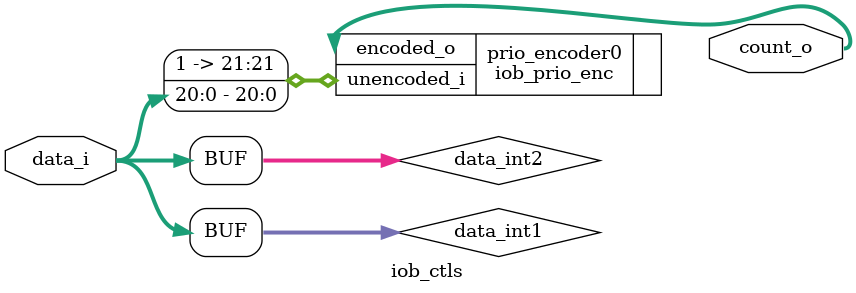
<source format=v>

`timescale 1ns / 1ps

module iob_ctls #(
   parameter W      = 21,
   parameter MODE   = 0,   //trailing (0), leading (1)
   parameter SYMBOL = 0    //search zeros (0), search ones (1)
) (
   input  [      W-1:0] data_i,
   output [$clog2(W):0] count_o
);

   //invert if searching zeros or not
   wire [W-1:0] data_int1;
   generate
      if (SYMBOL == 0) begin : g_zeros
         assign data_int1 = data_i;
      end else begin : g_ones
         assign data_int1 = ~data_i;
      end
   endgenerate

   // reverse if leading symbols or not
   wire [W-1:0] data_int2;
   generate
      if (MODE == 1) begin : g_reverse
         iob_reverse #(W) reverse0 (
            .data_i(data_int1),
            .data_o(data_int2)
         );
      end else begin : g_noreverse
         assign data_int2 = data_int1;
      end
   endgenerate

   //count trailing zeros
   iob_prio_enc #(
      .W   (W + 1),
      .MODE("LOW")
   ) prio_encoder0 (
      .unencoded_i({1'b1, data_int2}),
      .encoded_o  (count_o)
   );

endmodule

</source>
